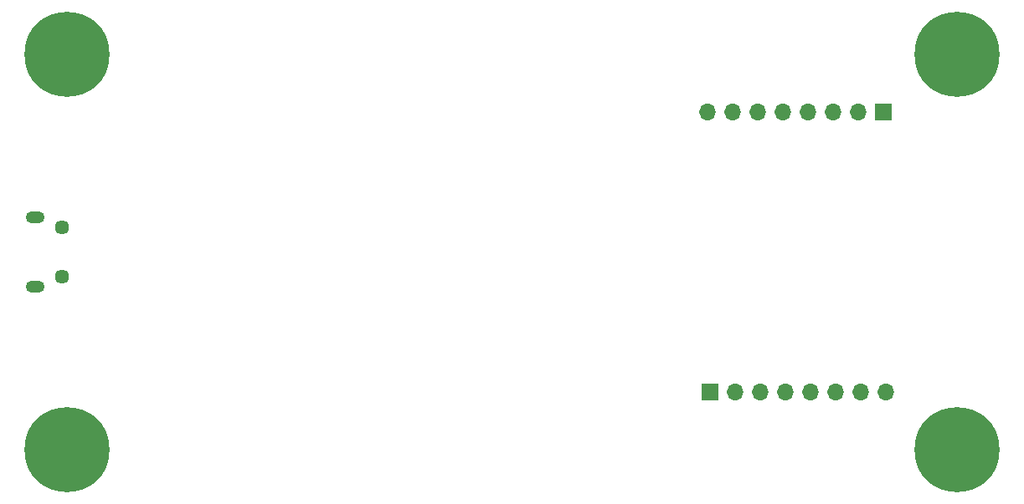
<source format=gbr>
%TF.GenerationSoftware,KiCad,Pcbnew,(5.1.9)-1*%
%TF.CreationDate,2021-03-29T12:12:37-04:00*%
%TF.ProjectId,EEG,4545472e-6b69-4636-9164-5f7063625858,rev?*%
%TF.SameCoordinates,Original*%
%TF.FileFunction,Soldermask,Bot*%
%TF.FilePolarity,Negative*%
%FSLAX46Y46*%
G04 Gerber Fmt 4.6, Leading zero omitted, Abs format (unit mm)*
G04 Created by KiCad (PCBNEW (5.1.9)-1) date 2021-03-29 12:12:37*
%MOMM*%
%LPD*%
G01*
G04 APERTURE LIST*
%ADD10C,0.900000*%
%ADD11C,8.600000*%
%ADD12C,1.450000*%
%ADD13O,1.900000X1.200000*%
%ADD14R,1.700000X1.700000*%
%ADD15O,1.700000X1.700000*%
G04 APERTURE END LIST*
D10*
%TO.C,H1*%
X110280419Y-67719581D03*
X108000000Y-66775000D03*
X105719581Y-67719581D03*
X104775000Y-70000000D03*
X105719581Y-72280419D03*
X108000000Y-73225000D03*
X110280419Y-72280419D03*
X111225000Y-70000000D03*
D11*
X108000000Y-70000000D03*
%TD*%
D12*
%TO.C,J1*%
X107462500Y-87500000D03*
X107462500Y-92500000D03*
D13*
X104762500Y-86500000D03*
X104762500Y-93500000D03*
%TD*%
D10*
%TO.C,H4*%
X110280419Y-107719581D03*
X108000000Y-106775000D03*
X105719581Y-107719581D03*
X104775000Y-110000000D03*
X105719581Y-112280419D03*
X108000000Y-113225000D03*
X110280419Y-112280419D03*
X111225000Y-110000000D03*
D11*
X108000000Y-110000000D03*
%TD*%
D10*
%TO.C,H3*%
X200280419Y-67719581D03*
X198000000Y-66775000D03*
X195719581Y-67719581D03*
X194775000Y-70000000D03*
X195719581Y-72280419D03*
X198000000Y-73225000D03*
X200280419Y-72280419D03*
X201225000Y-70000000D03*
D11*
X198000000Y-70000000D03*
%TD*%
D10*
%TO.C,H2*%
X200280419Y-107719581D03*
X198000000Y-106775000D03*
X195719581Y-107719581D03*
X194775000Y-110000000D03*
X195719581Y-112280419D03*
X198000000Y-113225000D03*
X200280419Y-112280419D03*
X201225000Y-110000000D03*
D11*
X198000000Y-110000000D03*
%TD*%
D14*
%TO.C,J2*%
X173000000Y-104200000D03*
D15*
X175540000Y-104200000D03*
X178080000Y-104200000D03*
X180620000Y-104200000D03*
X183160000Y-104200000D03*
X185700000Y-104200000D03*
X188240000Y-104200000D03*
X190780000Y-104200000D03*
%TD*%
%TO.C,J3*%
X172820000Y-75800000D03*
X175360000Y-75800000D03*
X177900000Y-75800000D03*
X180440000Y-75800000D03*
X182980000Y-75800000D03*
X185520000Y-75800000D03*
X188060000Y-75800000D03*
D14*
X190600000Y-75800000D03*
%TD*%
M02*

</source>
